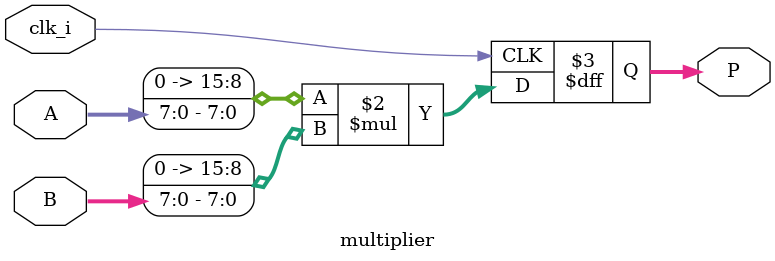
<source format=v>
module multiplier (
	input clk_i,
	input [7:0] A,
	input [7:0] B,
	output reg [15:0] P
);
	
	always @(posedge clk_i) begin
		 P = {8'b00000000,A}*{8'b00000000,B};
	end
	
endmodule
	
	


</source>
